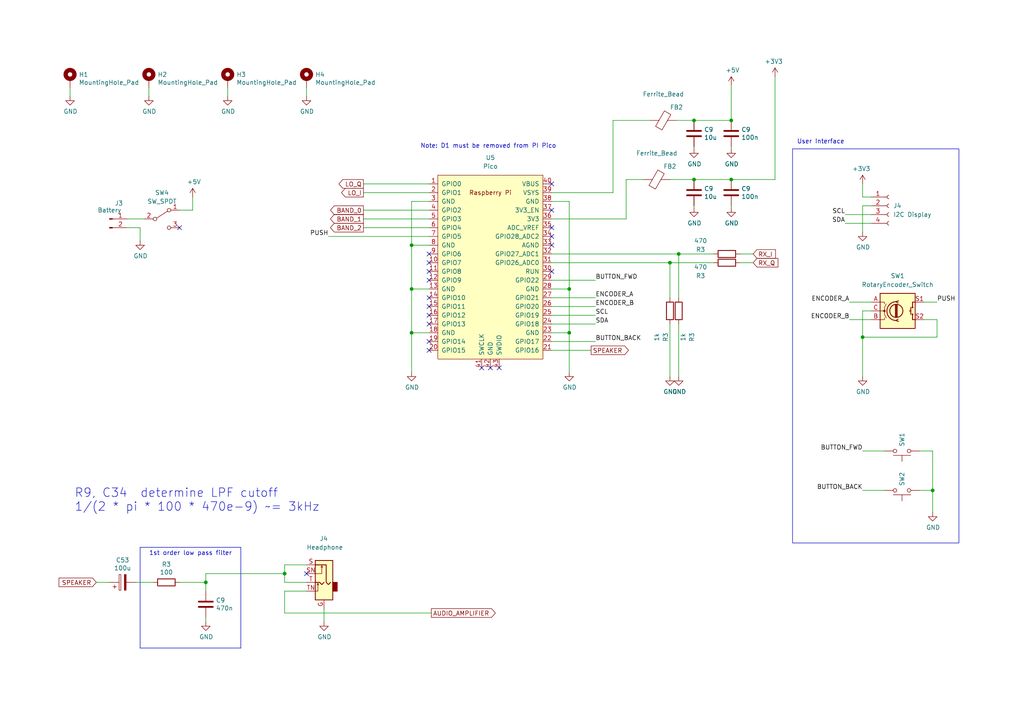
<source format=kicad_sch>
(kicad_sch (version 20230121) (generator eeschema)
  (paper "A4")
  (lib_symbols
    (symbol "Connector:Conn_01x04_Socket" (pin_names (offset 1.016) hide)
      (property "Reference" "J" (at 0 5.08 0))
      (property "Value" "Conn_01x04_Socket" (at 0 -7.62 0))
      (symbol "Conn_01x04_Socket_1_1"
        (arc (start 0 -4.572) (mid -0.5058 -5.08) (end 0 -5.588) (stroke (width 0.1524)))
        (arc (start 0 -2.032) (mid -0.5058 -2.54) (end 0 -3.048) (stroke (width 0.1524)))
        (polyline (pts (xy -1.27 -5.08) (xy -0.508 -5.08)) (stroke (width 0.1524)))
        (polyline (pts (xy -1.27 -2.54) (xy -0.508 -2.54)) (stroke (width 0.1524)))
        (polyline (pts (xy -1.27 0) (xy -0.508 0)) (stroke (width 0.1524)))
        (polyline (pts (xy -1.27 2.54) (xy -0.508 2.54)) (stroke (width 0.1524)))
        (arc (start 0 0.508) (mid -0.5058 0) (end 0 -0.508) (stroke (width 0.1524)))
        (arc (start 0 3.048) (mid -0.5058 2.54) (end 0 2.032) (stroke (width 0.1524)))
        (pin passive line (at -5.08 2.54 0) (length 3.81) (name "Pin_1") (number "1"))
        (pin passive line (at -5.08 0 0) (length 3.81) (name "Pin_2") (number "2"))
        (pin passive line (at -5.08 -2.54 0) (length 3.81) (name "Pin_3") (number "3"))
        (pin passive line (at -5.08 -5.08 0) (length 3.81) (name "Pin_4") (number "4"))
      )
    )
    (symbol "Device:C" (pin_numbers hide) (pin_names (offset 0.254))
      (property "Reference" "C" (at 0.635 2.54 0))
      (property "Value" "C" (at 0.635 -2.54 0))
      (symbol "C_0_1"
        (polyline (pts (xy -2.032 -0.762) (xy 2.032 -0.762)) (stroke (width 0.508)))
        (polyline (pts (xy -2.032 0.762) (xy 2.032 0.762)) (stroke (width 0.508)))
      )
      (symbol "C_1_1"
        (pin passive line (at 0 3.81 270) (length 2.794) (name "~") (number "1"))
        (pin passive line (at 0 -3.81 90) (length 2.794) (name "~") (number "2"))
      )
    )
    (symbol "Device:Ferrite_Bead" (pin_numbers hide) (pin_names (offset 0))
      (property "Reference" "FB" (at -3.81 0.635 90))
      (property "Value" "Device_Ferrite_Bead" (at 3.81 0 90))
      (symbol "Ferrite_Bead_0_1"
        (polyline (pts (xy 0 -1.27) (xy 0 -1.2192)))
        (polyline (pts (xy 0 1.27) (xy 0 1.2954)))
        (polyline (pts (xy -2.7686 0.4064) (xy -1.7018 2.2606) (xy 2.7686 -0.3048) (xy 1.6764 -2.159) (xy -2.7686 0.4064)))
      )
      (symbol "Ferrite_Bead_1_1"
        (pin passive line (at 0 3.81 270) (length 2.54) (name "~") (number "1"))
        (pin passive line (at 0 -3.81 90) (length 2.54) (name "~") (number "2"))
      )
    )
    (symbol "Device:R" (pin_numbers hide) (pin_names (offset 0))
      (property "Reference" "R" (at 2.032 0 90))
      (property "Value" "R" (at 0 0 90))
      (symbol "R_0_1"
        (rectangle (start -1.016 -2.54) (end 1.016 2.54) (stroke (width 0.254)))
      )
      (symbol "R_1_1"
        (pin passive line (at 0 3.81 270) (length 1.27) (name "~") (number "1"))
        (pin passive line (at 0 -3.81 90) (length 1.27) (name "~") (number "2"))
      )
    )
    (symbol "Device:RotaryEncoder_Switch" (pin_names (offset 0.254) hide)
      (property "Reference" "SW" (at 0 6.604 0))
      (property "Value" "RotaryEncoder_Switch" (at 0 -6.604 0))
      (symbol "RotaryEncoder_Switch_0_1"
        (rectangle (start -5.08 5.08) (end 5.08 -5.08) (stroke (width 0.254)) (fill (type background)))
        (circle (center -3.81 0) (radius 0.254) (fill (type outline)))
        (circle (center -0.381 0) (radius 1.905) (stroke (width 0.254)))
        (arc (start -0.381 2.667) (mid -3.0988 -0.0635) (end -0.381 -2.794) (stroke (width 0.254)))
        (polyline (pts (xy -0.635 -1.778) (xy -0.635 1.778)) (stroke (width 0.254)))
        (polyline (pts (xy -0.381 -1.778) (xy -0.381 1.778)) (stroke (width 0.254)))
        (polyline (pts (xy -0.127 1.778) (xy -0.127 -1.778)) (stroke (width 0.254)))
        (polyline (pts (xy 3.81 0) (xy 3.429 0)) (stroke (width 0.254)))
        (polyline (pts (xy 3.81 1.016) (xy 3.81 -1.016)) (stroke (width 0.254)))
        (polyline (pts (xy -5.08 -2.54) (xy -3.81 -2.54) (xy -3.81 -2.032)))
        (polyline (pts (xy -5.08 2.54) (xy -3.81 2.54) (xy -3.81 2.032)))
        (polyline (pts (xy 0.254 -3.048) (xy -0.508 -2.794) (xy 0.127 -2.413)) (stroke (width 0.254)))
        (polyline (pts (xy 0.254 2.921) (xy -0.508 2.667) (xy 0.127 2.286)) (stroke (width 0.254)))
        (polyline (pts (xy 5.08 -2.54) (xy 4.318 -2.54) (xy 4.318 -1.016)) (stroke (width 0.254)))
        (polyline (pts (xy 5.08 2.54) (xy 4.318 2.54) (xy 4.318 1.016)) (stroke (width 0.254)))
        (polyline (pts (xy -5.08 0) (xy -3.81 0) (xy -3.81 -1.016) (xy -3.302 -2.032)))
        (polyline (pts (xy -4.318 0) (xy -3.81 0) (xy -3.81 1.016) (xy -3.302 2.032)))
        (circle (center 4.318 -1.016) (radius 0.127) (stroke (width 0.254)))
        (circle (center 4.318 1.016) (radius 0.127) (stroke (width 0.254)))
      )
      (symbol "RotaryEncoder_Switch_1_1"
        (pin passive line (at -7.62 2.54 0) (length 2.54) (name "A") (number "A"))
        (pin passive line (at -7.62 -2.54 0) (length 2.54) (name "B") (number "B"))
        (pin passive line (at -7.62 0 0) (length 2.54) (name "C") (number "C"))
        (pin passive line (at 7.62 2.54 180) (length 2.54) (name "S1") (number "S1"))
        (pin passive line (at 7.62 -2.54 180) (length 2.54) (name "S2") (number "S2"))
      )
    )
    (symbol "Mechanical:MountingHole_Pad" (pin_numbers hide) (pin_names (offset 1.016) hide)
      (property "Reference" "H" (at 0 6.35 0))
      (property "Value" "MountingHole_Pad" (at 0 4.445 0))
      (symbol "MountingHole_Pad_0_1"
        (circle (center 0 1.27) (radius 1.27) (stroke (width 1.27)))
      )
      (symbol "MountingHole_Pad_1_1"
        (pin input line (at 0 -2.54 90) (length 2.54) (name "1") (number "1"))
      )
    )
    (symbol "RADIO-rescue:AudioJack2_Ground_Switch-Connector"
      (property "Reference" "J" (at 0 11.43 0))
      (property "Value" "Connector_AudioJack2_Ground_Switch" (at 0 8.89 0))
      (symbol "AudioJack2_Ground_Switch-Connector_0_1"
        (rectangle (start -2.54 -2.54) (end -3.81 0) (stroke (width 0.254)) (fill (type outline)))
        (rectangle (start 2.54 6.35) (end -2.54 -5.08) (stroke (width 0.254)) (fill (type background)))
      )
      (symbol "AudioJack2_Ground_Switch-Connector_1_1"
        (polyline (pts (xy 0.635 4.826) (xy 0.889 4.318)))
        (polyline (pts (xy 1.778 -0.254) (xy 2.032 -0.762)))
        (polyline (pts (xy 0 0) (xy 0.635 -0.635) (xy 1.27 0) (xy 2.54 0)) (stroke (width 0.254)))
        (polyline (pts (xy 2.54 -2.54) (xy 1.778 -2.54) (xy 1.778 -0.254) (xy 1.524 -0.762)))
        (polyline (pts (xy 2.54 2.54) (xy 0.635 2.54) (xy 0.635 4.826) (xy 0.381 4.318)))
        (polyline (pts (xy 2.54 5.08) (xy -0.635 5.08) (xy -0.635 0) (xy -1.27 -0.635) (xy -1.905 0)) (stroke (width 0.254)))
        (pin passive line (at 0 -7.62 90) (length 2.54) (name "~") (number "G"))
        (pin passive line (at 5.08 5.08 180) (length 2.54) (name "~") (number "S"))
        (pin passive line (at 5.08 2.54 180) (length 2.54) (name "~") (number "SN"))
        (pin passive line (at 5.08 0 180) (length 2.54) (name "~") (number "T"))
        (pin passive line (at 5.08 -2.54 180) (length 2.54) (name "~") (number "TN"))
      )
    )
    (symbol "RADIO-rescue:CP-Device" (pin_numbers hide) (pin_names (offset 0.254))
      (property "Reference" "C" (at 0.635 2.54 0))
      (property "Value" "Device_CP" (at 0.635 -2.54 0))
      (symbol "CP-Device_0_1"
        (rectangle (start -2.286 0.508) (end 2.286 1.016))
        (polyline (pts (xy -1.778 2.286) (xy -0.762 2.286)))
        (polyline (pts (xy -1.27 2.794) (xy -1.27 1.778)))
        (rectangle (start 2.286 -0.508) (end -2.286 -1.016) (fill (type outline)))
      )
      (symbol "CP-Device_1_1"
        (pin passive line (at 0 3.81 270) (length 2.794) (name "~") (number "1"))
        (pin passive line (at 0 -3.81 90) (length 2.794) (name "~") (number "2"))
      )
    )
    (symbol "RADIO-rescue:Conn_01x02_Male-Connector" (pin_names (offset 1.016) hide)
      (property "Reference" "J" (at 0 2.54 0))
      (property "Value" "Connector_Conn_01x02_Male" (at 0 -5.08 0))
      (symbol "Conn_01x02_Male-Connector_1_1"
        (polyline (pts (xy 1.27 -2.54) (xy 0.8636 -2.54)) (stroke (width 0.1524)))
        (polyline (pts (xy 1.27 0) (xy 0.8636 0)) (stroke (width 0.1524)))
        (rectangle (start 0.8636 -2.413) (end 0 -2.667) (stroke (width 0.1524)) (fill (type outline)))
        (rectangle (start 0.8636 0.127) (end 0 -0.127) (stroke (width 0.1524)) (fill (type outline)))
        (pin passive line (at 5.08 0 180) (length 3.81) (name "Pin_1") (number "1"))
        (pin passive line (at 5.08 -2.54 180) (length 3.81) (name "Pin_2") (number "2"))
      )
    )
    (symbol "Switch:SW_Push" (pin_numbers hide) (pin_names (offset 1.016) hide)
      (property "Reference" "SW" (at 1.27 2.54 0))
      (property "Value" "SW_Push" (at 0 -1.524 0))
      (symbol "SW_Push_0_1"
        (circle (center -2.032 0) (radius 0.508))
        (polyline (pts (xy 0 1.27) (xy 0 3.048)))
        (polyline (pts (xy 2.54 1.27) (xy -2.54 1.27)))
        (circle (center 2.032 0) (radius 0.508))
        (pin passive line (at -5.08 0 0) (length 2.54) (name "1") (number "1"))
        (pin passive line (at 5.08 0 180) (length 2.54) (name "2") (number "2"))
      )
    )
    (symbol "Switch:SW_SPDT" (pin_names (offset 0) hide)
      (property "Reference" "SW" (at 0 4.318 0))
      (property "Value" "SW_SPDT" (at 0 -5.08 0))
      (symbol "SW_SPDT_0_0"
        (circle (center -2.032 0) (radius 0.508))
        (circle (center 2.032 -2.54) (radius 0.508))
      )
      (symbol "SW_SPDT_0_1"
        (polyline (pts (xy -1.524 0.254) (xy 1.651 2.286)))
        (circle (center 2.032 2.54) (radius 0.508))
      )
      (symbol "SW_SPDT_1_1"
        (pin passive line (at 5.08 2.54 180) (length 2.54) (name "A") (number "1"))
        (pin passive line (at -5.08 0 0) (length 2.54) (name "B") (number "2"))
        (pin passive line (at 5.08 -2.54 180) (length 2.54) (name "C") (number "3"))
      )
    )
    (symbol "pico:Pico" (pin_names (offset 1.016))
      (property "Reference" "U2" (at 0 29.21 0))
      (property "Value" "Pico" (at 0 16.51 0))
      (symbol "Pico_0_0"
        (text "Raspberry Pi" (at 0 21.59 0) (effects (font (size 1.27 1.27))))
      )
      (symbol "Pico_0_1"
        (rectangle (start -15.24 26.67) (end 15.24 -26.67) (fill (type background)))
      )
      (symbol "Pico_1_1"
        (pin bidirectional line (at -17.78 24.13 0) (length 2.54) (name "GPIO0") (number "1"))
        (pin bidirectional line (at -17.78 1.27 0) (length 2.54) (name "GPIO7") (number "10"))
        (pin bidirectional line (at -17.78 -1.27 0) (length 2.54) (name "GPIO8") (number "11"))
        (pin bidirectional line (at -17.78 -3.81 0) (length 2.54) (name "GPIO9") (number "12"))
        (pin power_in line (at -17.78 -6.35 0) (length 2.54) (name "GND") (number "13"))
        (pin bidirectional line (at -17.78 -8.89 0) (length 2.54) (name "GPIO10") (number "14"))
        (pin bidirectional line (at -17.78 -11.43 0) (length 2.54) (name "GPIO11") (number "15"))
        (pin bidirectional line (at -17.78 -13.97 0) (length 2.54) (name "GPIO12") (number "16"))
        (pin bidirectional line (at -17.78 -16.51 0) (length 2.54) (name "GPIO13") (number "17"))
        (pin power_in line (at -17.78 -19.05 0) (length 2.54) (name "GND") (number "18"))
        (pin bidirectional line (at -17.78 -21.59 0) (length 2.54) (name "GPIO14") (number "19"))
        (pin bidirectional line (at -17.78 21.59 0) (length 2.54) (name "GPIO1") (number "2"))
        (pin bidirectional line (at -17.78 -24.13 0) (length 2.54) (name "GPIO15") (number "20"))
        (pin bidirectional line (at 17.78 -24.13 180) (length 2.54) (name "GPIO16") (number "21"))
        (pin bidirectional line (at 17.78 -21.59 180) (length 2.54) (name "GPIO17") (number "22"))
        (pin power_in line (at 17.78 -19.05 180) (length 2.54) (name "GND") (number "23"))
        (pin bidirectional line (at 17.78 -16.51 180) (length 2.54) (name "GPIO18") (number "24"))
        (pin bidirectional line (at 17.78 -13.97 180) (length 2.54) (name "GPIO19") (number "25"))
        (pin bidirectional line (at 17.78 -11.43 180) (length 2.54) (name "GPIO20") (number "26"))
        (pin bidirectional line (at 17.78 -8.89 180) (length 2.54) (name "GPIO21") (number "27"))
        (pin power_in line (at 17.78 -6.35 180) (length 2.54) (name "GND") (number "28"))
        (pin bidirectional line (at 17.78 -3.81 180) (length 2.54) (name "GPIO22") (number "29"))
        (pin power_in line (at -17.78 19.05 0) (length 2.54) (name "GND") (number "3"))
        (pin input line (at 17.78 -1.27 180) (length 2.54) (name "RUN") (number "30"))
        (pin bidirectional line (at 17.78 1.27 180) (length 2.54) (name "GPIO26_ADC0") (number "31"))
        (pin bidirectional line (at 17.78 3.81 180) (length 2.54) (name "GPIO27_ADC1") (number "32"))
        (pin power_in line (at 17.78 6.35 180) (length 2.54) (name "AGND") (number "33"))
        (pin bidirectional line (at 17.78 8.89 180) (length 2.54) (name "GPIO28_ADC2") (number "34"))
        (pin unspecified line (at 17.78 11.43 180) (length 2.54) (name "ADC_VREF") (number "35"))
        (pin unspecified line (at 17.78 13.97 180) (length 2.54) (name "3V3") (number "36"))
        (pin input line (at 17.78 16.51 180) (length 2.54) (name "3V3_EN") (number "37"))
        (pin bidirectional line (at 17.78 19.05 180) (length 2.54) (name "GND") (number "38"))
        (pin unspecified line (at 17.78 21.59 180) (length 2.54) (name "VSYS") (number "39"))
        (pin bidirectional line (at -17.78 16.51 0) (length 2.54) (name "GPIO2") (number "4"))
        (pin unspecified line (at 17.78 24.13 180) (length 2.54) (name "VBUS") (number "40"))
        (pin input line (at -2.54 -29.21 90) (length 2.54) (name "SWCLK") (number "41"))
        (pin power_in line (at 0 -29.21 90) (length 2.54) (name "GND") (number "42"))
        (pin bidirectional line (at 2.54 -29.21 90) (length 2.54) (name "SWDIO") (number "43"))
        (pin bidirectional line (at -17.78 13.97 0) (length 2.54) (name "GPIO3") (number "5"))
        (pin bidirectional line (at -17.78 11.43 0) (length 2.54) (name "GPIO4") (number "6"))
        (pin bidirectional line (at -17.78 8.89 0) (length 2.54) (name "GPIO5") (number "7"))
        (pin power_in line (at -17.78 6.35 0) (length 2.54) (name "GND") (number "8"))
        (pin bidirectional line (at -17.78 3.81 0) (length 2.54) (name "GPIO6") (number "9"))
      )
    )
    (symbol "power:+3V3" (power) (pin_names (offset 0))
      (property "Value" "+3V3" (at 0 3.556 0))
      (symbol "+3V3_0_1"
        (polyline (pts (xy -0.762 1.27) (xy 0 2.54)))
        (polyline (pts (xy 0 0) (xy 0 2.54)))
        (polyline (pts (xy 0 2.54) (xy 0.762 1.27)))
      )
      (symbol "+3V3_1_1"
        (pin power_in line (at 0 0 90) (length 0) hide (name "+3V3") (number "1"))
      )
    )
    (symbol "power:+5V" (power) (pin_names (offset 0))
      (property "Value" "+5V" (at 0 3.556 0))
      (symbol "+5V_0_1"
        (polyline (pts (xy -0.762 1.27) (xy 0 2.54)))
        (polyline (pts (xy 0 0) (xy 0 2.54)))
        (polyline (pts (xy 0 2.54) (xy 0.762 1.27)))
      )
      (symbol "+5V_1_1"
        (pin power_in line (at 0 0 90) (length 0) hide (name "+5V") (number "1"))
      )
    )
    (symbol "power:GND" (power) (pin_names (offset 0))
      (property "Value" "GND" (at 0 -3.81 0))
      (symbol "GND_0_1"
        (polyline (pts (xy 0 0) (xy 0 -1.27) (xy 1.27 -1.27) (xy 0 -2.54) (xy -1.27 -1.27) (xy 0 -1.27)))
      )
      (symbol "GND_1_1"
        (pin power_in line (at 0 0 270) (length 0) hide (name "GND") (number "1"))
      )
    )
  )
  (junction (at 212.09 34.925))
  (junction (at 119.38 96.52))
  (junction (at 270.51 142.24))
  (junction (at 82.55 166.37))
  (junction (at 165.1 83.82))
  (junction (at 201.295 34.925))
  (junction (at 119.38 83.82))
  (junction (at 201.295 52.07))
  (junction (at 194.31 76.2))
  (junction (at 59.69 168.91))
  (junction (at 212.09 52.07))
  (junction (at 119.38 71.12))
  (junction (at 165.1 96.52))
  (junction (at 250.19 97.79))
  (junction (at 196.85 73.66))
  (no_connect (at 52.07 66.04))
  (no_connect (at 142.24 106.68))
  (no_connect (at 160.02 53.34))
  (no_connect (at 160.02 68.58))
  (no_connect (at 160.02 60.96))
  (no_connect (at 160.02 78.74))
  (no_connect (at 124.46 81.28))
  (no_connect (at 124.46 99.06))
  (no_connect (at 124.46 88.9))
  (no_connect (at 124.46 93.98))
  (no_connect (at 124.46 78.74))
  (no_connect (at 88.9 166.37))
  (no_connect (at 124.46 91.44))
  (no_connect (at 139.7 106.68))
  (no_connect (at 124.46 101.6))
  (no_connect (at 160.02 71.12))
  (no_connect (at 144.78 106.68))
  (no_connect (at 124.46 73.66))
  (no_connect (at 124.46 86.36))
  (no_connect (at 124.46 76.2))
  (no_connect (at 160.02 66.04))
  (wire (pts (xy 201.295 34.925) (xy 212.09 34.925)))
  (wire (pts (xy 160.02 93.98) (xy 172.72 93.98)))
  (wire (pts (xy 36.83 63.5) (xy 41.91 63.5)))
  (wire (pts (xy 165.1 96.52) (xy 165.1 107.95)))
  (wire (pts (xy 20.32 25.4) (xy 20.32 27.94)))
  (wire (pts (xy 105.41 60.96) (xy 124.46 60.96)))
  (wire (pts (xy 59.69 168.91) (xy 59.69 171.45)))
  (wire (pts (xy 201.295 43.18) (xy 201.295 42.545)))
  (polyline (pts (xy 40.64 158.75) (xy 69.85 158.75)))
  (wire (pts (xy 119.38 58.42) (xy 119.38 71.12)))
  (wire (pts (xy 246.38 87.63) (xy 252.73 87.63)))
  (wire (pts (xy 39.37 168.91) (xy 44.45 168.91)))
  (wire (pts (xy 59.69 166.37) (xy 59.69 168.91)))
  (wire (pts (xy 119.38 71.12) (xy 119.38 83.82)))
  (wire (pts (xy 250.19 109.22) (xy 250.19 97.79)))
  (wire (pts (xy 160.02 58.42) (xy 165.1 58.42)))
  (wire (pts (xy 250.19 53.34) (xy 250.19 57.15)))
  (wire (pts (xy 55.88 60.96) (xy 55.88 57.15)))
  (wire (pts (xy 124.46 71.12) (xy 119.38 71.12)))
  (wire (pts (xy 201.295 34.925) (xy 196.215 34.925)))
  (wire (pts (xy 196.85 73.66) (xy 196.85 86.36)))
  (wire (pts (xy 267.97 92.71) (xy 271.78 92.71)))
  (wire (pts (xy 212.09 52.07) (xy 224.79 52.07)))
  (wire (pts (xy 212.09 42.545) (xy 212.09 43.18)))
  (wire (pts (xy 252.73 59.69) (xy 250.19 59.69)))
  (wire (pts (xy 250.19 59.69) (xy 250.19 67.31)))
  (wire (pts (xy 27.94 168.91) (xy 31.75 168.91)))
  (wire (pts (xy 271.78 92.71) (xy 271.78 97.79)))
  (wire (pts (xy 93.98 176.53) (xy 93.98 180.34)))
  (wire (pts (xy 160.02 101.6) (xy 171.45 101.6)))
  (wire (pts (xy 201.295 59.69) (xy 201.295 60.325)))
  (wire (pts (xy 124.46 96.52) (xy 119.38 96.52)))
  (wire (pts (xy 267.97 87.63) (xy 271.78 87.63)))
  (wire (pts (xy 36.83 66.04) (xy 40.64 66.04)))
  (wire (pts (xy 160.02 86.36) (xy 172.72 86.36)))
  (wire (pts (xy 181.61 63.5) (xy 160.02 63.5)))
  (wire (pts (xy 194.31 76.2) (xy 207.01 76.2)))
  (wire (pts (xy 212.09 59.69) (xy 212.09 60.325)))
  (wire (pts (xy 160.02 88.9) (xy 172.72 88.9)))
  (polyline (pts (xy 69.85 187.96) (xy 69.85 158.75)))
  (wire (pts (xy 124.46 58.42) (xy 119.38 58.42)))
  (wire (pts (xy 59.69 166.37) (xy 82.55 166.37)))
  (wire (pts (xy 66.04 25.4) (xy 66.04 27.94)))
  (wire (pts (xy 82.55 163.83) (xy 82.55 166.37)))
  (polyline (pts (xy 40.64 187.96) (xy 69.85 187.96)))
  (wire (pts (xy 160.02 81.28) (xy 172.72 81.28)))
  (wire (pts (xy 119.38 83.82) (xy 119.38 96.52)))
  (wire (pts (xy 196.85 73.66) (xy 207.01 73.66)))
  (wire (pts (xy 181.61 52.07) (xy 186.69 52.07)))
  (wire (pts (xy 214.63 76.2) (xy 218.44 76.2)))
  (wire (pts (xy 271.78 97.79) (xy 250.19 97.79)))
  (wire (pts (xy 52.07 60.96) (xy 55.88 60.96)))
  (wire (pts (xy 194.31 52.07) (xy 201.295 52.07)))
  (wire (pts (xy 119.38 96.52) (xy 119.38 107.95)))
  (wire (pts (xy 82.55 163.83) (xy 88.9 163.83)))
  (wire (pts (xy 214.63 73.66) (xy 218.44 73.66)))
  (wire (pts (xy 105.41 63.5) (xy 124.46 63.5)))
  (wire (pts (xy 270.51 142.24) (xy 266.7 142.24)))
  (wire (pts (xy 105.41 66.04) (xy 124.46 66.04)))
  (wire (pts (xy 250.19 90.17) (xy 252.73 90.17)))
  (wire (pts (xy 266.7 130.81) (xy 270.51 130.81)))
  (wire (pts (xy 250.19 130.81) (xy 256.54 130.81)))
  (wire (pts (xy 177.8 55.88) (xy 160.02 55.88)))
  (polyline (pts (xy 40.64 158.75) (xy 40.64 187.96)))
  (wire (pts (xy 181.61 52.07) (xy 181.61 63.5)))
  (wire (pts (xy 82.55 171.45) (xy 82.55 177.8)))
  (wire (pts (xy 245.11 64.77) (xy 252.73 64.77)))
  (wire (pts (xy 95.25 68.58) (xy 124.46 68.58)))
  (wire (pts (xy 165.1 83.82) (xy 165.1 96.52)))
  (wire (pts (xy 250.19 97.79) (xy 250.19 90.17)))
  (wire (pts (xy 160.02 91.44) (xy 172.72 91.44)))
  (wire (pts (xy 270.51 142.24) (xy 270.51 148.59)))
  (wire (pts (xy 125.095 177.8) (xy 82.55 177.8)))
  (wire (pts (xy 160.02 73.66) (xy 196.85 73.66)))
  (wire (pts (xy 88.9 168.91) (xy 82.55 168.91)))
  (wire (pts (xy 160.02 96.52) (xy 165.1 96.52)))
  (wire (pts (xy 160.02 76.2) (xy 194.31 76.2)))
  (wire (pts (xy 82.55 168.91) (xy 82.55 166.37)))
  (wire (pts (xy 124.46 83.82) (xy 119.38 83.82)))
  (wire (pts (xy 88.9 25.4) (xy 88.9 27.94)))
  (wire (pts (xy 201.295 52.07) (xy 212.09 52.07)))
  (wire (pts (xy 245.11 62.23) (xy 252.73 62.23)))
  (wire (pts (xy 82.55 171.45) (xy 88.9 171.45)))
  (wire (pts (xy 105.41 55.88) (xy 124.46 55.88)))
  (wire (pts (xy 124.46 53.34) (xy 105.41 53.34)))
  (wire (pts (xy 250.19 142.24) (xy 256.54 142.24)))
  (wire (pts (xy 177.8 34.925) (xy 188.595 34.925)))
  (wire (pts (xy 165.1 58.42) (xy 165.1 83.82)))
  (wire (pts (xy 194.31 93.98) (xy 194.31 109.22)))
  (wire (pts (xy 52.07 168.91) (xy 59.69 168.91)))
  (wire (pts (xy 59.69 179.07) (xy 59.69 180.34)))
  (wire (pts (xy 40.64 66.04) (xy 40.64 69.85)))
  (wire (pts (xy 246.38 92.71) (xy 252.73 92.71)))
  (wire (pts (xy 196.85 93.98) (xy 196.85 109.22)))
  (wire (pts (xy 250.19 57.15) (xy 252.73 57.15)))
  (wire (pts (xy 160.02 83.82) (xy 165.1 83.82)))
  (wire (pts (xy 43.18 25.4) (xy 43.18 27.94)))
  (wire (pts (xy 212.09 24.765) (xy 212.09 34.925)))
  (wire (pts (xy 270.51 130.81) (xy 270.51 142.24)))
  (wire (pts (xy 160.02 99.06) (xy 172.72 99.06)))
  (wire (pts (xy 194.31 76.2) (xy 194.31 86.36)))
  (wire (pts (xy 224.79 52.07) (xy 224.79 22.225)))
  (wire (pts (xy 177.8 34.925) (xy 177.8 55.88)))
  (rectangle (start 229.87 43.18) (end 278.13 157.48))
  (text "1st order low pass filter" (at 67.31 161.29 0) (effects (font (size 1.27 1.27)) (justify right bottom)))
  (text "Note: D1 must be removed from PI Pico" (at 121.92 43.18 0) (effects (font (size 1.27 1.27)) (justify left bottom)))
  (text "User Interface" (at 231.14 41.91 0) (effects (font (size 1.27 1.27)) (justify left bottom)))
  (text "R9, C34  determine LPF cutoff\n1/(2 * pi * 100 * 470e-9) ~= 3kHz" (at 21.59 148.59 0) (effects (font (size 2.5 2.5)) (justify left bottom)))
  (label "PUSH" (at 271.78 87.63 0))
  (label "BUTTON_BACK" (at 172.72 99.06 0))
  (label "SDA" (at 172.72 93.98 0))
  (label "BUTTON_FWD" (at 250.19 130.81 180))
  (label "SCL" (at 172.72 91.44 0))
  (label "PUSH" (at 95.25 68.58 180))
  (label "BUTTON_FWD" (at 172.72 81.28 0))
  (label "ENCODER_A" (at 246.38 87.63 180))
  (label "BUTTON_BACK" (at 250.19 142.24 180))
  (label "ENCODER_A" (at 172.72 86.36 0))
  (label "ENCODER_B" (at 246.38 92.71 180))
  (label "SDA" (at 245.11 64.77 180))
  (label "ENCODER_B" (at 172.72 88.9 0))
  (label "SCL" (at 245.11 62.23 180))
  (global_label "RX_I" (shape input) (at 218.44 73.66 0) (property "Intersheetrefs" "${INTERSHEET_REFS}" (effects hide)))
  (global_label "SPEAKER" (shape output) (at 171.45 101.6 0) (property "Intersheetrefs" "${INTERSHEET_REFS}" (effects hide)))
  (global_label "BAND_0" (shape output) (at 105.41 60.96 180) (property "Intersheetrefs" "${INTERSHEET_REFS}" (effects hide)))
  (global_label "AUDIO_AMPLIFIER" (shape output) (at 125.095 177.8 0) (property "Intersheetrefs" "${INTERSHEET_REFS}" (effects hide)))
  (global_label "RX_Q" (shape input) (at 218.44 76.2 0) (property "Intersheetrefs" "${INTERSHEET_REFS}" (effects hide)))
  (global_label "LO_I" (shape output) (at 105.41 55.88 180) (property "Intersheetrefs" "${INTERSHEET_REFS}" (effects hide)))
  (global_label "LO_Q" (shape output) (at 105.41 53.34 180) (property "Intersheetrefs" "${INTERSHEET_REFS}" (effects hide)))
  (global_label "BAND_1" (shape output) (at 105.41 63.5 180) (property "Intersheetrefs" "${INTERSHEET_REFS}" (effects hide)))
  (global_label "BAND_2" (shape output) (at 105.41 66.04 180) (property "Intersheetrefs" "${INTERSHEET_REFS}" (effects hide)))
  (global_label "SPEAKER" (shape input) (at 27.94 168.91 180) (property "Intersheetrefs" "${INTERSHEET_REFS}" (effects hide)))
  (symbol (lib_id "Mechanical:MountingHole_Pad") (at 88.9 22.86 0) (unit 1)
    (property "Reference" "H4" (at 91.44 21.6154 0) (effects (justify left)))
    (property "Value" "MountingHole_Pad" (at 91.44 23.9268 0) (effects (justify left)))
    (property "Footprint" "MountingHole:MountingHole_3.2mm_M3_Pad" (effects hide))
  )
  (symbol (lib_id "pico:Pico") (at 142.24 77.47 0) (unit 1)
    (property "Reference" "U5" (at 142.24 45.72 0))
    (property "Value" "Pico" (at 142.24 48.26 0))
    (property "Footprint" "reciever:RPi_Pico_SMD_TH" (effects hide))
  )
  (symbol (lib_id "Switch:SW_SPDT") (at 46.99 63.5 0) (unit 1)
    (property "Reference" "SW4" (at 46.99 55.88 0))
    (property "Value" "SW_SPDT" (at 46.99 58.42 0))
    (property "Footprint" "Button_Switch_THT:SW_Slide_1P2T_CK_OS102011MS2Q" (effects hide))
  )
  (symbol (lib_id "Device:R") (at 194.31 90.17 180) (unit 1)
    (property "Reference" "R3" (at 193.04 97.79 90))
    (property "Value" "1k" (at 190.5 97.79 90))
    (property "Footprint" "Resistor_SMD:R_0805_2012Metric" (effects hide))
    (instances (project "RADIO" (path "" (reference "R3") (unit 1))) (project "pico_rx" (path "" (reference "R15") (unit 1))))
  )
  (symbol (lib_id "RADIO-rescue:Conn_01x02_Male-Connector") (at 31.75 63.5 0) (unit 1)
    (property "Reference" "J3" (at 34.4932 58.9534 0))
    (property "Value" "Battery" (at 31.75 60.96 0))
    (property "Footprint" "Connector_PinHeader_2.54mm:PinHeader_1x02_P2.54mm_Vertical" (effects hide))
    (instances (project "RADIO" (path "" (reference "J3") (unit 1))) (project "pico_rx" (path "" (reference "J6") (unit 1))))
  )
  (symbol (lib_id "Device:C") (at 201.295 38.735 0) (unit 1)
    (property "Reference" "C9" (at 204.216 37.592 0) (effects (justify left)))
    (property "Value" "10u" (at 204.216 39.878 0) (effects (justify left)))
    (property "Footprint" "Capacitor_SMD:C_0805_2012Metric" (effects hide))
    (instances (project "RADIO" (path "" (reference "C9") (unit 1))) (project "pico_rx" (path "" (reference "C40") (unit 1))))
  )
  (symbol (lib_id "Mechanical:MountingHole_Pad") (at 66.04 22.86 0) (unit 1)
    (property "Reference" "H3" (at 68.58 21.6154 0) (effects (justify left)))
    (property "Value" "MountingHole_Pad" (at 68.58 23.9268 0) (effects (justify left)))
    (property "Footprint" "MountingHole:MountingHole_3.2mm_M3_Pad" (effects hide))
  )
  (symbol (lib_id "power:GND") (at 250.19 109.22 0) (unit 1)
    (property "Reference" "#PWR?" (effects hide))
    (property "Value" "GND" (at 250.317 113.6142 0))
    (instances (project "RADIO" (path "" (reference "#PWR?") (unit 1))) (project "pico_rx" (path "" (reference "#PWR04") (unit 1)) (path "" (reference "#PWR028") (unit 1))))
  )
  (symbol (lib_id "power:GND") (at 119.38 107.95 0) (unit 1)
    (property "Reference" "#PWR?" (effects hide))
    (property "Value" "GND" (at 119.507 112.3442 0))
    (instances (project "RADIO" (path "" (reference "#PWR?") (unit 1))) (project "pico_rx" (path "" (reference "#PWR04") (unit 1)) (path "" (reference "#PWR029") (unit 1))))
  )
  (symbol (lib_id "power:GND") (at 66.04 27.94 0) (unit 1)
    (property "Reference" "#PWR069" (effects hide))
    (property "Value" "GND" (at 66.167 32.3342 0))
    (instances (project "RADIO" (path "" (reference "#PWR069") (unit 1))) (project "pico_rx" (path "" (reference "#PWR050") (unit 1))))
  )
  (symbol (lib_id "power:GND") (at 212.09 43.18 0) (unit 1)
    (property "Reference" "#PWR?" (effects hide))
    (property "Value" "GND" (at 212.217 47.5742 0))
    (instances (project "RADIO" (path "" (reference "#PWR?") (unit 1))) (project "pico_rx" (path "" (reference "#PWR04") (unit 1)) (path "" (reference "#PWR060") (unit 1))))
  )
  (symbol (lib_id "Device:R") (at 196.85 90.17 180) (unit 1)
    (property "Reference" "R3" (at 200.66 97.79 90))
    (property "Value" "1k" (at 198.12 97.79 90))
    (property "Footprint" "Resistor_SMD:R_0805_2012Metric" (effects hide))
    (instances (project "RADIO" (path "" (reference "R3") (unit 1))) (project "pico_rx" (path "" (reference "R16") (unit 1))))
  )
  (symbol (lib_id "power:GND") (at 88.9 27.94 0) (unit 1)
    (property "Reference" "#PWR071" (effects hide))
    (property "Value" "GND" (at 89.027 32.3342 0))
    (instances (project "RADIO" (path "" (reference "#PWR071") (unit 1))) (project "pico_rx" (path "" (reference "#PWR051") (unit 1))))
  )
  (symbol (lib_id "power:GND") (at 43.18 27.94 0) (unit 1)
    (property "Reference" "#PWR067" (effects hide))
    (property "Value" "GND" (at 43.307 32.3342 0))
    (instances (project "RADIO" (path "" (reference "#PWR067") (unit 1))) (project "pico_rx" (path "" (reference "#PWR049") (unit 1))))
  )
  (symbol (lib_id "power:+3V3") (at 224.79 22.225 0) (mirror y) (unit 1)
    (property "Reference" "#PWR0107" (effects hide))
    (property "Value" "+3V3" (at 224.409 17.8308 0))
    (instances (project "RADIO" (path "" (reference "#PWR0107") (unit 1))) (project "pico_rx" (path "" (reference "#PWR041") (unit 1))))
  )
  (symbol (lib_id "power:+5V") (at 212.09 24.765 0) (unit 1)
    (property "Reference" "#PWR?" (effects hide))
    (property "Value" "+5V" (at 212.471 20.3708 0))
    (instances (project "RADIO" (path "" (reference "#PWR?") (unit 1))) (project "pico_rx" (path "" (reference "#PWR020") (unit 1)) (path "" (reference "#PWR030") (unit 1))))
  )
  (symbol (lib_id "power:GND") (at 270.51 148.59 0) (unit 1)
    (property "Reference" "#PWR?" (effects hide))
    (property "Value" "GND" (at 270.637 152.9842 0))
    (instances (project "RADIO" (path "" (reference "#PWR?") (unit 1))) (project "pico_rx" (path "" (reference "#PWR04") (unit 1)) (path "" (reference "#PWR038") (unit 1))))
  )
  (symbol (lib_id "power:GND") (at 59.69 180.34 0) (unit 1)
    (property "Reference" "#PWR024" (effects hide))
    (property "Value" "GND" (at 59.817 184.7342 0))
    (instances (project "RADIO" (path "" (reference "#PWR024") (unit 1))) (project "pico_rx" (path "" (reference "#PWR026") (unit 1))))
  )
  (symbol (lib_id "Device:C") (at 212.09 38.735 0) (unit 1)
    (property "Reference" "C9" (at 215.011 37.592 0) (effects (justify left)))
    (property "Value" "100n" (at 215.011 39.878 0) (effects (justify left)))
    (property "Footprint" "Capacitor_SMD:C_0805_2012Metric" (effects hide))
    (instances (project "RADIO" (path "" (reference "C9") (unit 1))) (project "pico_rx" (path "" (reference "C35") (unit 1))))
  )
  (symbol (lib_id "RADIO-rescue:AudioJack2_Ground_Switch-Connector") (at 93.98 168.91 0) (mirror y) (unit 1)
    (property "Reference" "J4" (at 92.71 156.21 0) (effects (justify right)))
    (property "Value" "Headphone" (at 88.9 158.75 0) (effects (justify right)))
    (property "Footprint" "reciever:jack3.5mm switched" (effects hide))
    (instances (project "RADIO" (path "" (reference "J4") (unit 1)) (path "" (reference "J4") (unit 1))) (project "pico_rx" (path "" (reference "J2") (unit 1))))
  )
  (symbol (lib_id "Connector:Conn_01x04_Socket") (at 257.81 59.69 0) (unit 1)
    (property "Reference" "J4" (at 259.08 59.69 0) (effects (justify left)))
    (property "Value" "I2C Display" (at 259.08 62.23 0) (effects (justify left)))
    (property "Footprint" "reciever:SDD1306" (effects hide))
  )
  (symbol (lib_id "power:GND") (at 196.85 109.22 0) (unit 1)
    (property "Reference" "#PWR?" (effects hide))
    (property "Value" "GND" (at 196.977 113.6142 0))
    (instances (project "RADIO" (path "" (reference "#PWR?") (unit 1))) (project "pico_rx" (path "" (reference "#PWR04") (unit 1)) (path "" (reference "#PWR044") (unit 1))))
  )
  (symbol (lib_id "Device:C") (at 201.295 55.88 0) (unit 1)
    (property "Reference" "C9" (at 204.216 54.737 0) (effects (justify left)))
    (property "Value" "10u" (at 204.216 57.023 0) (effects (justify left)))
    (property "Footprint" "Capacitor_SMD:C_0805_2012Metric" (effects hide))
    (instances (project "RADIO" (path "" (reference "C9") (unit 1))) (project "pico_rx" (path "" (reference "C33") (unit 1))))
  )
  (symbol (lib_id "power:GND") (at 201.295 60.325 0) (unit 1)
    (property "Reference" "#PWR?" (effects hide))
    (property "Value" "GND" (at 201.422 64.7192 0))
    (instances (project "RADIO" (path "" (reference "#PWR?") (unit 1))) (project "pico_rx" (path "" (reference "#PWR04") (unit 1)) (path "" (reference "#PWR031") (unit 1))))
  )
  (symbol (lib_id "Device:RotaryEncoder_Switch") (at 260.35 90.17 0) (unit 1)
    (property "Reference" "SW1" (at 260.35 80.01 0))
    (property "Value" "RotaryEncoder_Switch" (at 260.35 82.55 0))
    (property "Footprint" "Rotary_Encoder:RotaryEncoder_Alps_EC11E-Switch_Vertical_H20mm" (effects hide))
  )
  (symbol (lib_id "power:GND") (at 194.31 109.22 0) (unit 1)
    (property "Reference" "#PWR?" (effects hide))
    (property "Value" "GND" (at 194.437 113.6142 0))
    (instances (project "RADIO" (path "" (reference "#PWR?") (unit 1))) (project "pico_rx" (path "" (reference "#PWR04") (unit 1)) (path "" (reference "#PWR037") (unit 1))))
  )
  (symbol (lib_id "Device:Ferrite_Bead") (at 192.405 34.925 90) (unit 1)
    (property "Reference" "FB2" (at 196.215 31.115 90))
    (property "Value" "Ferrite_Bead" (at 192.405 27.305 90))
    (property "Footprint" "Inductor_SMD:L_0805_2012Metric" (effects hide))
  )
  (symbol (lib_id "Device:C") (at 59.69 175.26 0) (unit 1)
    (property "Reference" "C9" (at 62.611 174.117 0) (effects (justify left)))
    (property "Value" "470n" (at 62.611 176.403 0) (effects (justify left)))
    (property "Footprint" "Capacitor_SMD:C_0805_2012Metric" (effects hide))
    (instances (project "RADIO" (path "" (reference "C9") (unit 1))) (project "pico_rx" (path "" (reference "C34") (unit 1))))
  )
  (symbol (lib_id "RADIO-rescue:CP-Device") (at 35.56 168.91 90) (unit 1)
    (property "Reference" "C53" (at 35.56 162.4584 90))
    (property "Value" "100u" (at 35.56 164.7698 90))
    (property "Footprint" "Capacitor_Tantalum_SMD:CP_EIA-3528-21_Kemet-B" (effects hide))
    (instances (project "RADIO" (path "" (reference "C53") (unit 1))) (project "pico_rx" (path "" (reference "C39") (unit 1))))
  )
  (symbol (lib_id "power:GND") (at 40.64 69.85 0) (unit 1)
    (property "Reference" "#PWR?" (effects hide))
    (property "Value" "GND" (at 40.767 74.2442 0))
    (instances (project "RADIO" (path "" (reference "#PWR?") (unit 1))) (project "pico_rx" (path "" (reference "#PWR04") (unit 1)) (path "" (reference "#PWR053") (unit 1))))
  )
  (symbol (lib_id "power:GND") (at 93.98 180.34 0) (unit 1)
    (property "Reference" "#PWR034" (effects hide))
    (property "Value" "GND" (at 94.107 184.7342 0))
    (instances (project "RADIO" (path "" (reference "#PWR034") (unit 1))) (project "pico_rx" (path "" (reference "#PWR036") (unit 1))))
  )
  (symbol (lib_id "power:GND") (at 165.1 107.95 0) (unit 1)
    (property "Reference" "#PWR?" (effects hide))
    (property "Value" "GND" (at 165.227 112.3442 0))
    (instances (project "RADIO" (path "" (reference "#PWR?") (unit 1))) (project "pico_rx" (path "" (reference "#PWR04") (unit 1)) (path "" (reference "#PWR027") (unit 1))))
  )
  (symbol (lib_id "Switch:SW_Push") (at 261.62 130.81 180) (unit 1)
    (property "Reference" "SW1" (at 261.62 129.54 90) (effects (justify right)))
    (property "Value" "SW_Push" (effects hide))
    (property "Footprint" "Button_Switch_THT:SW_Tactile_SPST_Angled_PTS645Vx31-2LFS" (effects hide))
    (instances (project "RADIO" (path "" (reference "SW1") (unit 1))) (project "pico_rx" (path "" (reference "SW2") (unit 1))))
  )
  (symbol (lib_id "Device:Ferrite_Bead") (at 190.5 52.07 90) (unit 1)
    (property "Reference" "FB2" (at 194.31 48.26 90))
    (property "Value" "Ferrite_Bead" (at 190.5 44.45 90))
    (property "Footprint" "Inductor_SMD:L_0805_2012Metric" (effects hide))
    (instances (project "RADIO" (path "" (reference "FB2") (unit 1))) (project "pico_rx" (path "" (reference "FB1") (unit 1))))
  )
  (symbol (lib_id "power:+5V") (at 55.88 57.15 0) (unit 1)
    (property "Reference" "#PWR?" (effects hide))
    (property "Value" "+5V" (at 56.261 52.7558 0))
    (instances (project "RADIO" (path "" (reference "#PWR?") (unit 1))) (project "pico_rx" (path "" (reference "#PWR020") (unit 1)) (path "" (reference "#PWR052") (unit 1))))
  )
  (symbol (lib_id "power:GND") (at 212.09 60.325 0) (unit 1)
    (property "Reference" "#PWR?" (effects hide))
    (property "Value" "GND" (at 212.217 64.7192 0))
    (instances (project "RADIO" (path "" (reference "#PWR?") (unit 1))) (project "pico_rx" (path "" (reference "#PWR04") (unit 1)) (path "" (reference "#PWR058") (unit 1))))
  )
  (symbol (lib_id "power:GND") (at 20.32 27.94 0) (unit 1)
    (property "Reference" "#PWR066" (effects hide))
    (property "Value" "GND" (at 20.447 32.3342 0))
    (instances (project "RADIO" (path "" (reference "#PWR066") (unit 1))) (project "pico_rx" (path "" (reference "#PWR048") (unit 1))))
  )
  (symbol (lib_id "Mechanical:MountingHole_Pad") (at 20.32 22.86 0) (unit 1)
    (property "Reference" "H1" (at 22.86 21.6154 0) (effects (justify left)))
    (property "Value" "MountingHole_Pad" (at 22.86 23.9268 0) (effects (justify left)))
    (property "Footprint" "MountingHole:MountingHole_3.2mm_M3_Pad" (effects hide))
  )
  (symbol (lib_id "Device:R") (at 210.82 76.2 90) (unit 1)
    (property "Reference" "R3" (at 203.2 80.01 90))
    (property "Value" "470" (at 203.2 77.47 90))
    (property "Footprint" "Resistor_SMD:R_0805_2012Metric" (effects hide))
    (instances (project "RADIO" (path "" (reference "R3") (unit 1))) (project "pico_rx" (path "" (reference "R14") (unit 1))))
  )
  (symbol (lib_id "Device:R") (at 48.26 168.91 90) (unit 1)
    (property "Reference" "R3" (at 48.26 163.6776 90))
    (property "Value" "100" (at 48.26 165.989 90))
    (property "Footprint" "Resistor_SMD:R_0805_2012Metric" (effects hide))
    (instances (project "RADIO" (path "" (reference "R3") (unit 1))) (project "pico_rx" (path "" (reference "R9") (unit 1))))
  )
  (symbol (lib_id "power:+3V3") (at 250.19 53.34 0) (mirror y) (unit 1)
    (property "Reference" "#PWR0107" (effects hide))
    (property "Value" "+3V3" (at 249.809 48.9458 0))
    (instances (project "RADIO" (path "" (reference "#PWR0107") (unit 1))) (project "pico_rx" (path "" (reference "#PWR042") (unit 1))))
  )
  (symbol (lib_id "power:GND") (at 201.295 43.18 0) (unit 1)
    (property "Reference" "#PWR?" (effects hide))
    (property "Value" "GND" (at 201.422 47.5742 0))
    (instances (project "RADIO" (path "" (reference "#PWR?") (unit 1))) (project "pico_rx" (path "" (reference "#PWR04") (unit 1)) (path "" (reference "#PWR059") (unit 1))))
  )
  (symbol (lib_id "Switch:SW_Push") (at 261.62 142.24 180) (unit 1)
    (property "Reference" "SW2" (at 261.62 140.97 90) (effects (justify right)))
    (property "Value" "SW_Push" (effects hide))
    (property "Footprint" "Button_Switch_THT:SW_Tactile_SPST_Angled_PTS645Vx31-2LFS" (effects hide))
    (instances (project "RADIO" (path "" (reference "SW2") (unit 1))) (project "pico_rx" (path "" (reference "SW3") (unit 1))))
  )
  (symbol (lib_id "power:GND") (at 250.19 67.31 0) (unit 1)
    (property "Reference" "#PWR?" (effects hide))
    (property "Value" "GND" (at 250.317 71.7042 0))
    (instances (project "RADIO" (path "" (reference "#PWR?") (unit 1))) (project "pico_rx" (path "" (reference "#PWR04") (unit 1)) (path "" (reference "#PWR039") (unit 1))))
  )
  (symbol (lib_id "Mechanical:MountingHole_Pad") (at 43.18 22.86 0) (unit 1)
    (property "Reference" "H2" (at 45.72 21.6154 0) (effects (justify left)))
    (property "Value" "MountingHole_Pad" (at 45.72 23.9268 0) (effects (justify left)))
    (property "Footprint" "MountingHole:MountingHole_3.2mm_M3_Pad" (effects hide))
  )
  (symbol (lib_id "Device:R") (at 210.82 73.66 90) (unit 1)
    (property "Reference" "R3" (at 203.2 72.39 90))
    (property "Value" "470" (at 203.2 69.85 90))
    (property "Footprint" "Resistor_SMD:R_0805_2012Metric" (effects hide))
    (instances (project "RADIO" (path "" (reference "R3") (unit 1))) (project "pico_rx" (path "" (reference "R13") (unit 1))))
  )
  (symbol (lib_id "Device:C") (at 212.09 55.88 0) (unit 1)
    (property "Reference" "C9" (at 215.011 54.737 0) (effects (justify left)))
    (property "Value" "100n" (at 215.011 57.023 0) (effects (justify left)))
    (property "Footprint" "Capacitor_SMD:C_0805_2012Metric" (effects hide))
    (instances (project "RADIO" (path "" (reference "C9") (unit 1))) (project "pico_rx" (path "" (reference "C41") (unit 1))))
  )
)
</source>
